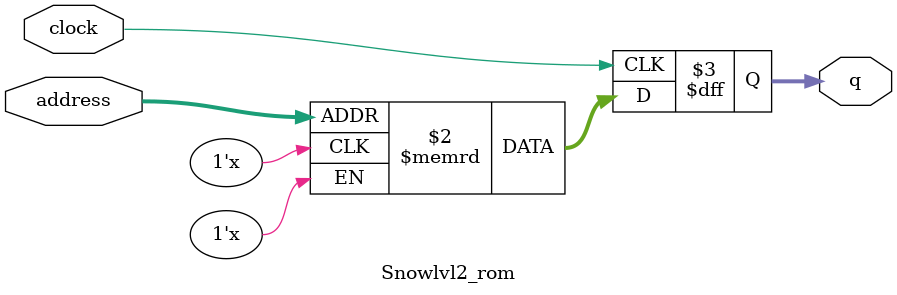
<source format=sv>
module Snowlvl2_rom (
	input logic clock,
	input logic [17:0] address,
	output logic [3:0] q
);

logic [3:0] memory [0:195299] /* synthesis ram_init_file = "C:\Users\David\Desktop\ECE385\Final\Lab_6\levels\Snow2\Snowlvl2.mif" */;

always_ff @ (posedge clock) begin
	q <= memory[address];
end

endmodule

</source>
